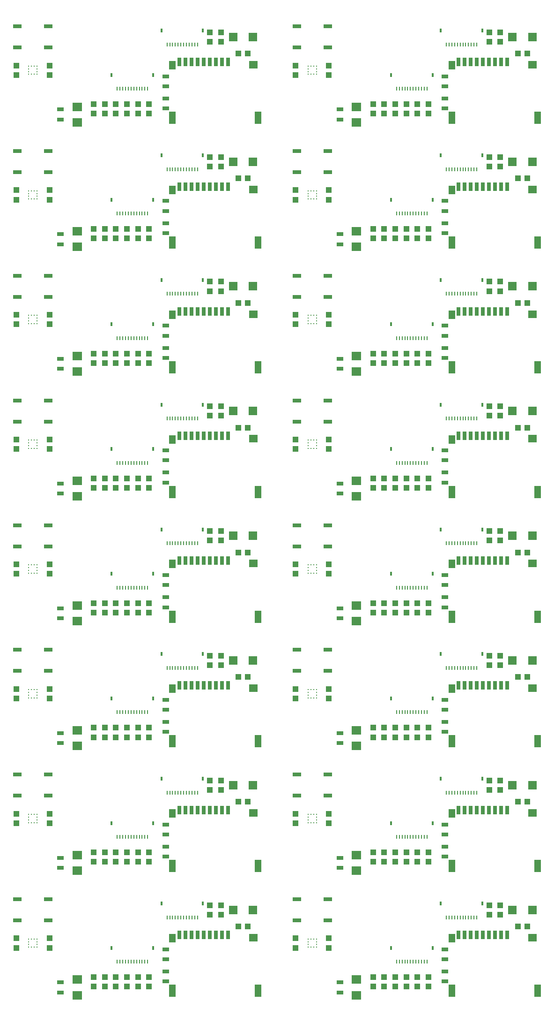
<source format=gtp>
G04 EAGLE Gerber RS-274X export*
G75*
%MOMM*%
%FSLAX34Y34*%
%LPD*%
%INSolderpaste Top*%
%IPPOS*%
%AMOC8*
5,1,8,0,0,1.08239X$1,22.5*%
G01*
%ADD10R,1.200000X0.800000*%
%ADD11R,1.000000X1.100000*%
%ADD12R,1.800000X1.600000*%
%ADD13R,1.100000X1.000000*%
%ADD14R,1.500000X1.600000*%
%ADD15R,0.400000X0.800000*%
%ADD16R,0.250000X0.650000*%
%ADD17R,0.250000X0.275000*%
%ADD18R,0.275000X0.250000*%
%ADD19R,1.524000X0.762000*%
%ADD20R,0.700000X1.600000*%
%ADD21R,1.200000X2.200000*%
%ADD22R,1.600000X1.400000*%
%ADD23R,1.200000X1.600000*%


D10*
X120000Y59000D03*
X120000Y41000D03*
X310000Y119000D03*
X310000Y101000D03*
X310000Y61000D03*
X310000Y79000D03*
D11*
X200000Y51500D03*
X200000Y68500D03*
D12*
X150000Y64000D03*
X150000Y36000D03*
D11*
X180000Y51500D03*
X180000Y68500D03*
X280000Y51500D03*
X280000Y68500D03*
X240000Y68500D03*
X240000Y51500D03*
X260000Y51500D03*
X260000Y68500D03*
X220000Y51500D03*
X220000Y68500D03*
X390000Y181500D03*
X390000Y198500D03*
D13*
X441500Y160000D03*
X458500Y160000D03*
D14*
X432000Y190000D03*
X468000Y190000D03*
D11*
X410000Y181500D03*
X410000Y198500D03*
D15*
X377500Y201500D03*
D16*
X367500Y176500D03*
X362500Y176500D03*
D15*
X302500Y201500D03*
D16*
X357500Y176500D03*
X352500Y176500D03*
X347500Y176500D03*
X342500Y176500D03*
X337500Y176500D03*
X332500Y176500D03*
X327500Y176500D03*
X322500Y176500D03*
X317500Y176500D03*
X312500Y176500D03*
D17*
X67500Y122500D03*
X72500Y122500D03*
X72500Y137500D03*
X67500Y137500D03*
D18*
X62500Y137500D03*
X62500Y132500D03*
X62500Y122500D03*
X62500Y127500D03*
X77500Y122500D03*
X77500Y127500D03*
X77500Y132500D03*
X77500Y137500D03*
D11*
X40000Y121500D03*
X40000Y138500D03*
X100000Y121500D03*
X100000Y138500D03*
D19*
X97940Y170950D03*
X42060Y170950D03*
X97940Y209050D03*
X42060Y209050D03*
D15*
X287500Y121500D03*
D16*
X277500Y96500D03*
X272500Y96500D03*
D15*
X212500Y121500D03*
D16*
X267500Y96500D03*
X262500Y96500D03*
X257500Y96500D03*
X252500Y96500D03*
X247500Y96500D03*
X242500Y96500D03*
X237500Y96500D03*
X232500Y96500D03*
X227500Y96500D03*
X222500Y96500D03*
D20*
X400500Y145000D03*
X411500Y145000D03*
X422500Y145000D03*
X389500Y145000D03*
X378500Y145000D03*
X367500Y145000D03*
X356500Y145000D03*
X345500Y145000D03*
X334500Y145000D03*
D21*
X477500Y44000D03*
X322500Y44000D03*
D22*
X468500Y140000D03*
D23*
X322500Y139000D03*
D10*
X625079Y59000D03*
X625079Y41000D03*
X815079Y119000D03*
X815079Y101000D03*
X815079Y61000D03*
X815079Y79000D03*
D11*
X705079Y51500D03*
X705079Y68500D03*
D12*
X655079Y64000D03*
X655079Y36000D03*
D11*
X685079Y51500D03*
X685079Y68500D03*
X785079Y51500D03*
X785079Y68500D03*
X745079Y68500D03*
X745079Y51500D03*
X765079Y51500D03*
X765079Y68500D03*
X725079Y51500D03*
X725079Y68500D03*
X895079Y181500D03*
X895079Y198500D03*
D13*
X946579Y160000D03*
X963579Y160000D03*
D14*
X937079Y190000D03*
X973079Y190000D03*
D11*
X915079Y181500D03*
X915079Y198500D03*
D15*
X882579Y201500D03*
D16*
X872579Y176500D03*
X867579Y176500D03*
D15*
X807579Y201500D03*
D16*
X862579Y176500D03*
X857579Y176500D03*
X852579Y176500D03*
X847579Y176500D03*
X842579Y176500D03*
X837579Y176500D03*
X832579Y176500D03*
X827579Y176500D03*
X822579Y176500D03*
X817579Y176500D03*
D17*
X572579Y122500D03*
X577579Y122500D03*
X577579Y137500D03*
X572579Y137500D03*
D18*
X567579Y137500D03*
X567579Y132500D03*
X567579Y122500D03*
X567579Y127500D03*
X582579Y122500D03*
X582579Y127500D03*
X582579Y132500D03*
X582579Y137500D03*
D11*
X545079Y121500D03*
X545079Y138500D03*
X605079Y121500D03*
X605079Y138500D03*
D19*
X603019Y170950D03*
X547139Y170950D03*
X603019Y209050D03*
X547139Y209050D03*
D15*
X792579Y121500D03*
D16*
X782579Y96500D03*
X777579Y96500D03*
D15*
X717579Y121500D03*
D16*
X772579Y96500D03*
X767579Y96500D03*
X762579Y96500D03*
X757579Y96500D03*
X752579Y96500D03*
X747579Y96500D03*
X742579Y96500D03*
X737579Y96500D03*
X732579Y96500D03*
X727579Y96500D03*
D20*
X905579Y145000D03*
X916579Y145000D03*
X927579Y145000D03*
X894579Y145000D03*
X883579Y145000D03*
X872579Y145000D03*
X861579Y145000D03*
X850579Y145000D03*
X839579Y145000D03*
D21*
X982579Y44000D03*
X827579Y44000D03*
D22*
X973579Y140000D03*
D23*
X827579Y139000D03*
D10*
X120000Y284069D03*
X120000Y266069D03*
X310000Y344069D03*
X310000Y326069D03*
X310000Y286069D03*
X310000Y304069D03*
D11*
X200000Y276569D03*
X200000Y293569D03*
D12*
X150000Y289069D03*
X150000Y261069D03*
D11*
X180000Y276569D03*
X180000Y293569D03*
X280000Y276569D03*
X280000Y293569D03*
X240000Y293569D03*
X240000Y276569D03*
X260000Y276569D03*
X260000Y293569D03*
X220000Y276569D03*
X220000Y293569D03*
X390000Y406569D03*
X390000Y423569D03*
D13*
X441500Y385069D03*
X458500Y385069D03*
D14*
X432000Y415069D03*
X468000Y415069D03*
D11*
X410000Y406569D03*
X410000Y423569D03*
D15*
X377500Y426569D03*
D16*
X367500Y401569D03*
X362500Y401569D03*
D15*
X302500Y426569D03*
D16*
X357500Y401569D03*
X352500Y401569D03*
X347500Y401569D03*
X342500Y401569D03*
X337500Y401569D03*
X332500Y401569D03*
X327500Y401569D03*
X322500Y401569D03*
X317500Y401569D03*
X312500Y401569D03*
D17*
X67500Y347569D03*
X72500Y347569D03*
X72500Y362569D03*
X67500Y362569D03*
D18*
X62500Y362569D03*
X62500Y357569D03*
X62500Y347569D03*
X62500Y352569D03*
X77500Y347569D03*
X77500Y352569D03*
X77500Y357569D03*
X77500Y362569D03*
D11*
X40000Y346569D03*
X40000Y363569D03*
X100000Y346569D03*
X100000Y363569D03*
D19*
X97940Y396019D03*
X42060Y396019D03*
X97940Y434119D03*
X42060Y434119D03*
D15*
X287500Y346569D03*
D16*
X277500Y321569D03*
X272500Y321569D03*
D15*
X212500Y346569D03*
D16*
X267500Y321569D03*
X262500Y321569D03*
X257500Y321569D03*
X252500Y321569D03*
X247500Y321569D03*
X242500Y321569D03*
X237500Y321569D03*
X232500Y321569D03*
X227500Y321569D03*
X222500Y321569D03*
D20*
X400500Y370069D03*
X411500Y370069D03*
X422500Y370069D03*
X389500Y370069D03*
X378500Y370069D03*
X367500Y370069D03*
X356500Y370069D03*
X345500Y370069D03*
X334500Y370069D03*
D21*
X477500Y269069D03*
X322500Y269069D03*
D22*
X468500Y365069D03*
D23*
X322500Y364069D03*
D10*
X625079Y284069D03*
X625079Y266069D03*
X815079Y344069D03*
X815079Y326069D03*
X815079Y286069D03*
X815079Y304069D03*
D11*
X705079Y276569D03*
X705079Y293569D03*
D12*
X655079Y289069D03*
X655079Y261069D03*
D11*
X685079Y276569D03*
X685079Y293569D03*
X785079Y276569D03*
X785079Y293569D03*
X745079Y293569D03*
X745079Y276569D03*
X765079Y276569D03*
X765079Y293569D03*
X725079Y276569D03*
X725079Y293569D03*
X895079Y406569D03*
X895079Y423569D03*
D13*
X946579Y385069D03*
X963579Y385069D03*
D14*
X937079Y415069D03*
X973079Y415069D03*
D11*
X915079Y406569D03*
X915079Y423569D03*
D15*
X882579Y426569D03*
D16*
X872579Y401569D03*
X867579Y401569D03*
D15*
X807579Y426569D03*
D16*
X862579Y401569D03*
X857579Y401569D03*
X852579Y401569D03*
X847579Y401569D03*
X842579Y401569D03*
X837579Y401569D03*
X832579Y401569D03*
X827579Y401569D03*
X822579Y401569D03*
X817579Y401569D03*
D17*
X572579Y347569D03*
X577579Y347569D03*
X577579Y362569D03*
X572579Y362569D03*
D18*
X567579Y362569D03*
X567579Y357569D03*
X567579Y347569D03*
X567579Y352569D03*
X582579Y347569D03*
X582579Y352569D03*
X582579Y357569D03*
X582579Y362569D03*
D11*
X545079Y346569D03*
X545079Y363569D03*
X605079Y346569D03*
X605079Y363569D03*
D19*
X603019Y396019D03*
X547139Y396019D03*
X603019Y434119D03*
X547139Y434119D03*
D15*
X792579Y346569D03*
D16*
X782579Y321569D03*
X777579Y321569D03*
D15*
X717579Y346569D03*
D16*
X772579Y321569D03*
X767579Y321569D03*
X762579Y321569D03*
X757579Y321569D03*
X752579Y321569D03*
X747579Y321569D03*
X742579Y321569D03*
X737579Y321569D03*
X732579Y321569D03*
X727579Y321569D03*
D20*
X905579Y370069D03*
X916579Y370069D03*
X927579Y370069D03*
X894579Y370069D03*
X883579Y370069D03*
X872579Y370069D03*
X861579Y370069D03*
X850579Y370069D03*
X839579Y370069D03*
D21*
X982579Y269069D03*
X827579Y269069D03*
D22*
X973579Y365069D03*
D23*
X827579Y364069D03*
D10*
X120000Y509164D03*
X120000Y491164D03*
X310000Y569164D03*
X310000Y551164D03*
X310000Y511164D03*
X310000Y529164D03*
D11*
X200000Y501664D03*
X200000Y518664D03*
D12*
X150000Y514164D03*
X150000Y486164D03*
D11*
X180000Y501664D03*
X180000Y518664D03*
X280000Y501664D03*
X280000Y518664D03*
X240000Y518664D03*
X240000Y501664D03*
X260000Y501664D03*
X260000Y518664D03*
X220000Y501664D03*
X220000Y518664D03*
X390000Y631664D03*
X390000Y648664D03*
D13*
X441500Y610164D03*
X458500Y610164D03*
D14*
X432000Y640164D03*
X468000Y640164D03*
D11*
X410000Y631664D03*
X410000Y648664D03*
D15*
X377500Y651664D03*
D16*
X367500Y626664D03*
X362500Y626664D03*
D15*
X302500Y651664D03*
D16*
X357500Y626664D03*
X352500Y626664D03*
X347500Y626664D03*
X342500Y626664D03*
X337500Y626664D03*
X332500Y626664D03*
X327500Y626664D03*
X322500Y626664D03*
X317500Y626664D03*
X312500Y626664D03*
D17*
X67500Y572664D03*
X72500Y572664D03*
X72500Y587664D03*
X67500Y587664D03*
D18*
X62500Y587664D03*
X62500Y582664D03*
X62500Y572664D03*
X62500Y577664D03*
X77500Y572664D03*
X77500Y577664D03*
X77500Y582664D03*
X77500Y587664D03*
D11*
X40000Y571664D03*
X40000Y588664D03*
X100000Y571664D03*
X100000Y588664D03*
D19*
X97940Y621114D03*
X42060Y621114D03*
X97940Y659214D03*
X42060Y659214D03*
D15*
X287500Y571664D03*
D16*
X277500Y546664D03*
X272500Y546664D03*
D15*
X212500Y571664D03*
D16*
X267500Y546664D03*
X262500Y546664D03*
X257500Y546664D03*
X252500Y546664D03*
X247500Y546664D03*
X242500Y546664D03*
X237500Y546664D03*
X232500Y546664D03*
X227500Y546664D03*
X222500Y546664D03*
D20*
X400500Y595164D03*
X411500Y595164D03*
X422500Y595164D03*
X389500Y595164D03*
X378500Y595164D03*
X367500Y595164D03*
X356500Y595164D03*
X345500Y595164D03*
X334500Y595164D03*
D21*
X477500Y494164D03*
X322500Y494164D03*
D22*
X468500Y590164D03*
D23*
X322500Y589164D03*
D10*
X625079Y509164D03*
X625079Y491164D03*
X815079Y569164D03*
X815079Y551164D03*
X815079Y511164D03*
X815079Y529164D03*
D11*
X705079Y501664D03*
X705079Y518664D03*
D12*
X655079Y514164D03*
X655079Y486164D03*
D11*
X685079Y501664D03*
X685079Y518664D03*
X785079Y501664D03*
X785079Y518664D03*
X745079Y518664D03*
X745079Y501664D03*
X765079Y501664D03*
X765079Y518664D03*
X725079Y501664D03*
X725079Y518664D03*
X895079Y631664D03*
X895079Y648664D03*
D13*
X946579Y610164D03*
X963579Y610164D03*
D14*
X937079Y640164D03*
X973079Y640164D03*
D11*
X915079Y631664D03*
X915079Y648664D03*
D15*
X882579Y651664D03*
D16*
X872579Y626664D03*
X867579Y626664D03*
D15*
X807579Y651664D03*
D16*
X862579Y626664D03*
X857579Y626664D03*
X852579Y626664D03*
X847579Y626664D03*
X842579Y626664D03*
X837579Y626664D03*
X832579Y626664D03*
X827579Y626664D03*
X822579Y626664D03*
X817579Y626664D03*
D17*
X572579Y572664D03*
X577579Y572664D03*
X577579Y587664D03*
X572579Y587664D03*
D18*
X567579Y587664D03*
X567579Y582664D03*
X567579Y572664D03*
X567579Y577664D03*
X582579Y572664D03*
X582579Y577664D03*
X582579Y582664D03*
X582579Y587664D03*
D11*
X545079Y571664D03*
X545079Y588664D03*
X605079Y571664D03*
X605079Y588664D03*
D19*
X603019Y621114D03*
X547139Y621114D03*
X603019Y659214D03*
X547139Y659214D03*
D15*
X792579Y571664D03*
D16*
X782579Y546664D03*
X777579Y546664D03*
D15*
X717579Y571664D03*
D16*
X772579Y546664D03*
X767579Y546664D03*
X762579Y546664D03*
X757579Y546664D03*
X752579Y546664D03*
X747579Y546664D03*
X742579Y546664D03*
X737579Y546664D03*
X732579Y546664D03*
X727579Y546664D03*
D20*
X905579Y595164D03*
X916579Y595164D03*
X927579Y595164D03*
X894579Y595164D03*
X883579Y595164D03*
X872579Y595164D03*
X861579Y595164D03*
X850579Y595164D03*
X839579Y595164D03*
D21*
X982579Y494164D03*
X827579Y494164D03*
D22*
X973579Y590164D03*
D23*
X827579Y589164D03*
D10*
X120000Y734234D03*
X120000Y716234D03*
X310000Y794234D03*
X310000Y776234D03*
X310000Y736234D03*
X310000Y754234D03*
D11*
X200000Y726734D03*
X200000Y743734D03*
D12*
X150000Y739234D03*
X150000Y711234D03*
D11*
X180000Y726734D03*
X180000Y743734D03*
X280000Y726734D03*
X280000Y743734D03*
X240000Y743734D03*
X240000Y726734D03*
X260000Y726734D03*
X260000Y743734D03*
X220000Y726734D03*
X220000Y743734D03*
X390000Y856734D03*
X390000Y873734D03*
D13*
X441500Y835234D03*
X458500Y835234D03*
D14*
X432000Y865234D03*
X468000Y865234D03*
D11*
X410000Y856734D03*
X410000Y873734D03*
D15*
X377500Y876734D03*
D16*
X367500Y851734D03*
X362500Y851734D03*
D15*
X302500Y876734D03*
D16*
X357500Y851734D03*
X352500Y851734D03*
X347500Y851734D03*
X342500Y851734D03*
X337500Y851734D03*
X332500Y851734D03*
X327500Y851734D03*
X322500Y851734D03*
X317500Y851734D03*
X312500Y851734D03*
D17*
X67500Y797734D03*
X72500Y797734D03*
X72500Y812734D03*
X67500Y812734D03*
D18*
X62500Y812734D03*
X62500Y807734D03*
X62500Y797734D03*
X62500Y802734D03*
X77500Y797734D03*
X77500Y802734D03*
X77500Y807734D03*
X77500Y812734D03*
D11*
X40000Y796734D03*
X40000Y813734D03*
X100000Y796734D03*
X100000Y813734D03*
D19*
X97940Y846184D03*
X42060Y846184D03*
X97940Y884284D03*
X42060Y884284D03*
D15*
X287500Y796734D03*
D16*
X277500Y771734D03*
X272500Y771734D03*
D15*
X212500Y796734D03*
D16*
X267500Y771734D03*
X262500Y771734D03*
X257500Y771734D03*
X252500Y771734D03*
X247500Y771734D03*
X242500Y771734D03*
X237500Y771734D03*
X232500Y771734D03*
X227500Y771734D03*
X222500Y771734D03*
D20*
X400500Y820234D03*
X411500Y820234D03*
X422500Y820234D03*
X389500Y820234D03*
X378500Y820234D03*
X367500Y820234D03*
X356500Y820234D03*
X345500Y820234D03*
X334500Y820234D03*
D21*
X477500Y719234D03*
X322500Y719234D03*
D22*
X468500Y815234D03*
D23*
X322500Y814234D03*
D10*
X625079Y734234D03*
X625079Y716234D03*
X815079Y794234D03*
X815079Y776234D03*
X815079Y736234D03*
X815079Y754234D03*
D11*
X705079Y726734D03*
X705079Y743734D03*
D12*
X655079Y739234D03*
X655079Y711234D03*
D11*
X685079Y726734D03*
X685079Y743734D03*
X785079Y726734D03*
X785079Y743734D03*
X745079Y743734D03*
X745079Y726734D03*
X765079Y726734D03*
X765079Y743734D03*
X725079Y726734D03*
X725079Y743734D03*
X895079Y856734D03*
X895079Y873734D03*
D13*
X946579Y835234D03*
X963579Y835234D03*
D14*
X937079Y865234D03*
X973079Y865234D03*
D11*
X915079Y856734D03*
X915079Y873734D03*
D15*
X882579Y876734D03*
D16*
X872579Y851734D03*
X867579Y851734D03*
D15*
X807579Y876734D03*
D16*
X862579Y851734D03*
X857579Y851734D03*
X852579Y851734D03*
X847579Y851734D03*
X842579Y851734D03*
X837579Y851734D03*
X832579Y851734D03*
X827579Y851734D03*
X822579Y851734D03*
X817579Y851734D03*
D17*
X572579Y797734D03*
X577579Y797734D03*
X577579Y812734D03*
X572579Y812734D03*
D18*
X567579Y812734D03*
X567579Y807734D03*
X567579Y797734D03*
X567579Y802734D03*
X582579Y797734D03*
X582579Y802734D03*
X582579Y807734D03*
X582579Y812734D03*
D11*
X545079Y796734D03*
X545079Y813734D03*
X605079Y796734D03*
X605079Y813734D03*
D19*
X603019Y846184D03*
X547139Y846184D03*
X603019Y884284D03*
X547139Y884284D03*
D15*
X792579Y796734D03*
D16*
X782579Y771734D03*
X777579Y771734D03*
D15*
X717579Y796734D03*
D16*
X772579Y771734D03*
X767579Y771734D03*
X762579Y771734D03*
X757579Y771734D03*
X752579Y771734D03*
X747579Y771734D03*
X742579Y771734D03*
X737579Y771734D03*
X732579Y771734D03*
X727579Y771734D03*
D20*
X905579Y820234D03*
X916579Y820234D03*
X927579Y820234D03*
X894579Y820234D03*
X883579Y820234D03*
X872579Y820234D03*
X861579Y820234D03*
X850579Y820234D03*
X839579Y820234D03*
D21*
X982579Y719234D03*
X827579Y719234D03*
D22*
X973579Y815234D03*
D23*
X827579Y814234D03*
D10*
X120000Y959328D03*
X120000Y941328D03*
X310000Y1019328D03*
X310000Y1001328D03*
X310000Y961328D03*
X310000Y979328D03*
D11*
X200000Y951828D03*
X200000Y968828D03*
D12*
X150000Y964328D03*
X150000Y936328D03*
D11*
X180000Y951828D03*
X180000Y968828D03*
X280000Y951828D03*
X280000Y968828D03*
X240000Y968828D03*
X240000Y951828D03*
X260000Y951828D03*
X260000Y968828D03*
X220000Y951828D03*
X220000Y968828D03*
X390000Y1081828D03*
X390000Y1098828D03*
D13*
X441500Y1060328D03*
X458500Y1060328D03*
D14*
X432000Y1090328D03*
X468000Y1090328D03*
D11*
X410000Y1081828D03*
X410000Y1098828D03*
D15*
X377500Y1101828D03*
D16*
X367500Y1076828D03*
X362500Y1076828D03*
D15*
X302500Y1101828D03*
D16*
X357500Y1076828D03*
X352500Y1076828D03*
X347500Y1076828D03*
X342500Y1076828D03*
X337500Y1076828D03*
X332500Y1076828D03*
X327500Y1076828D03*
X322500Y1076828D03*
X317500Y1076828D03*
X312500Y1076828D03*
D17*
X67500Y1022828D03*
X72500Y1022828D03*
X72500Y1037828D03*
X67500Y1037828D03*
D18*
X62500Y1037828D03*
X62500Y1032828D03*
X62500Y1022828D03*
X62500Y1027828D03*
X77500Y1022828D03*
X77500Y1027828D03*
X77500Y1032828D03*
X77500Y1037828D03*
D11*
X40000Y1021828D03*
X40000Y1038828D03*
X100000Y1021828D03*
X100000Y1038828D03*
D19*
X97940Y1071278D03*
X42060Y1071278D03*
X97940Y1109378D03*
X42060Y1109378D03*
D15*
X287500Y1021828D03*
D16*
X277500Y996828D03*
X272500Y996828D03*
D15*
X212500Y1021828D03*
D16*
X267500Y996828D03*
X262500Y996828D03*
X257500Y996828D03*
X252500Y996828D03*
X247500Y996828D03*
X242500Y996828D03*
X237500Y996828D03*
X232500Y996828D03*
X227500Y996828D03*
X222500Y996828D03*
D20*
X400500Y1045328D03*
X411500Y1045328D03*
X422500Y1045328D03*
X389500Y1045328D03*
X378500Y1045328D03*
X367500Y1045328D03*
X356500Y1045328D03*
X345500Y1045328D03*
X334500Y1045328D03*
D21*
X477500Y944328D03*
X322500Y944328D03*
D22*
X468500Y1040328D03*
D23*
X322500Y1039328D03*
D10*
X625079Y959328D03*
X625079Y941328D03*
X815079Y1019328D03*
X815079Y1001328D03*
X815079Y961328D03*
X815079Y979328D03*
D11*
X705079Y951828D03*
X705079Y968828D03*
D12*
X655079Y964328D03*
X655079Y936328D03*
D11*
X685079Y951828D03*
X685079Y968828D03*
X785079Y951828D03*
X785079Y968828D03*
X745079Y968828D03*
X745079Y951828D03*
X765079Y951828D03*
X765079Y968828D03*
X725079Y951828D03*
X725079Y968828D03*
X895079Y1081828D03*
X895079Y1098828D03*
D13*
X946579Y1060328D03*
X963579Y1060328D03*
D14*
X937079Y1090328D03*
X973079Y1090328D03*
D11*
X915079Y1081828D03*
X915079Y1098828D03*
D15*
X882579Y1101828D03*
D16*
X872579Y1076828D03*
X867579Y1076828D03*
D15*
X807579Y1101828D03*
D16*
X862579Y1076828D03*
X857579Y1076828D03*
X852579Y1076828D03*
X847579Y1076828D03*
X842579Y1076828D03*
X837579Y1076828D03*
X832579Y1076828D03*
X827579Y1076828D03*
X822579Y1076828D03*
X817579Y1076828D03*
D17*
X572579Y1022828D03*
X577579Y1022828D03*
X577579Y1037828D03*
X572579Y1037828D03*
D18*
X567579Y1037828D03*
X567579Y1032828D03*
X567579Y1022828D03*
X567579Y1027828D03*
X582579Y1022828D03*
X582579Y1027828D03*
X582579Y1032828D03*
X582579Y1037828D03*
D11*
X545079Y1021828D03*
X545079Y1038828D03*
X605079Y1021828D03*
X605079Y1038828D03*
D19*
X603019Y1071278D03*
X547139Y1071278D03*
X603019Y1109378D03*
X547139Y1109378D03*
D15*
X792579Y1021828D03*
D16*
X782579Y996828D03*
X777579Y996828D03*
D15*
X717579Y1021828D03*
D16*
X772579Y996828D03*
X767579Y996828D03*
X762579Y996828D03*
X757579Y996828D03*
X752579Y996828D03*
X747579Y996828D03*
X742579Y996828D03*
X737579Y996828D03*
X732579Y996828D03*
X727579Y996828D03*
D20*
X905579Y1045328D03*
X916579Y1045328D03*
X927579Y1045328D03*
X894579Y1045328D03*
X883579Y1045328D03*
X872579Y1045328D03*
X861579Y1045328D03*
X850579Y1045328D03*
X839579Y1045328D03*
D21*
X982579Y944328D03*
X827579Y944328D03*
D22*
X973579Y1040328D03*
D23*
X827579Y1039328D03*
D10*
X120000Y1184398D03*
X120000Y1166398D03*
X310000Y1244398D03*
X310000Y1226398D03*
X310000Y1186398D03*
X310000Y1204398D03*
D11*
X200000Y1176898D03*
X200000Y1193898D03*
D12*
X150000Y1189398D03*
X150000Y1161398D03*
D11*
X180000Y1176898D03*
X180000Y1193898D03*
X280000Y1176898D03*
X280000Y1193898D03*
X240000Y1193898D03*
X240000Y1176898D03*
X260000Y1176898D03*
X260000Y1193898D03*
X220000Y1176898D03*
X220000Y1193898D03*
X390000Y1306898D03*
X390000Y1323898D03*
D13*
X441500Y1285398D03*
X458500Y1285398D03*
D14*
X432000Y1315398D03*
X468000Y1315398D03*
D11*
X410000Y1306898D03*
X410000Y1323898D03*
D15*
X377500Y1326898D03*
D16*
X367500Y1301898D03*
X362500Y1301898D03*
D15*
X302500Y1326898D03*
D16*
X357500Y1301898D03*
X352500Y1301898D03*
X347500Y1301898D03*
X342500Y1301898D03*
X337500Y1301898D03*
X332500Y1301898D03*
X327500Y1301898D03*
X322500Y1301898D03*
X317500Y1301898D03*
X312500Y1301898D03*
D17*
X67500Y1247898D03*
X72500Y1247898D03*
X72500Y1262898D03*
X67500Y1262898D03*
D18*
X62500Y1262898D03*
X62500Y1257898D03*
X62500Y1247898D03*
X62500Y1252898D03*
X77500Y1247898D03*
X77500Y1252898D03*
X77500Y1257898D03*
X77500Y1262898D03*
D11*
X40000Y1246898D03*
X40000Y1263898D03*
X100000Y1246898D03*
X100000Y1263898D03*
D19*
X97940Y1296348D03*
X42060Y1296348D03*
X97940Y1334448D03*
X42060Y1334448D03*
D15*
X287500Y1246898D03*
D16*
X277500Y1221898D03*
X272500Y1221898D03*
D15*
X212500Y1246898D03*
D16*
X267500Y1221898D03*
X262500Y1221898D03*
X257500Y1221898D03*
X252500Y1221898D03*
X247500Y1221898D03*
X242500Y1221898D03*
X237500Y1221898D03*
X232500Y1221898D03*
X227500Y1221898D03*
X222500Y1221898D03*
D20*
X400500Y1270398D03*
X411500Y1270398D03*
X422500Y1270398D03*
X389500Y1270398D03*
X378500Y1270398D03*
X367500Y1270398D03*
X356500Y1270398D03*
X345500Y1270398D03*
X334500Y1270398D03*
D21*
X477500Y1169398D03*
X322500Y1169398D03*
D22*
X468500Y1265398D03*
D23*
X322500Y1264398D03*
D10*
X625079Y1184398D03*
X625079Y1166398D03*
X815079Y1244398D03*
X815079Y1226398D03*
X815079Y1186398D03*
X815079Y1204398D03*
D11*
X705079Y1176898D03*
X705079Y1193898D03*
D12*
X655079Y1189398D03*
X655079Y1161398D03*
D11*
X685079Y1176898D03*
X685079Y1193898D03*
X785079Y1176898D03*
X785079Y1193898D03*
X745079Y1193898D03*
X745079Y1176898D03*
X765079Y1176898D03*
X765079Y1193898D03*
X725079Y1176898D03*
X725079Y1193898D03*
X895079Y1306898D03*
X895079Y1323898D03*
D13*
X946579Y1285398D03*
X963579Y1285398D03*
D14*
X937079Y1315398D03*
X973079Y1315398D03*
D11*
X915079Y1306898D03*
X915079Y1323898D03*
D15*
X882579Y1326898D03*
D16*
X872579Y1301898D03*
X867579Y1301898D03*
D15*
X807579Y1326898D03*
D16*
X862579Y1301898D03*
X857579Y1301898D03*
X852579Y1301898D03*
X847579Y1301898D03*
X842579Y1301898D03*
X837579Y1301898D03*
X832579Y1301898D03*
X827579Y1301898D03*
X822579Y1301898D03*
X817579Y1301898D03*
D17*
X572579Y1247898D03*
X577579Y1247898D03*
X577579Y1262898D03*
X572579Y1262898D03*
D18*
X567579Y1262898D03*
X567579Y1257898D03*
X567579Y1247898D03*
X567579Y1252898D03*
X582579Y1247898D03*
X582579Y1252898D03*
X582579Y1257898D03*
X582579Y1262898D03*
D11*
X545079Y1246898D03*
X545079Y1263898D03*
X605079Y1246898D03*
X605079Y1263898D03*
D19*
X603019Y1296348D03*
X547139Y1296348D03*
X603019Y1334448D03*
X547139Y1334448D03*
D15*
X792579Y1246898D03*
D16*
X782579Y1221898D03*
X777579Y1221898D03*
D15*
X717579Y1246898D03*
D16*
X772579Y1221898D03*
X767579Y1221898D03*
X762579Y1221898D03*
X757579Y1221898D03*
X752579Y1221898D03*
X747579Y1221898D03*
X742579Y1221898D03*
X737579Y1221898D03*
X732579Y1221898D03*
X727579Y1221898D03*
D20*
X905579Y1270398D03*
X916579Y1270398D03*
X927579Y1270398D03*
X894579Y1270398D03*
X883579Y1270398D03*
X872579Y1270398D03*
X861579Y1270398D03*
X850579Y1270398D03*
X839579Y1270398D03*
D21*
X982579Y1169398D03*
X827579Y1169398D03*
D22*
X973579Y1265398D03*
D23*
X827579Y1264398D03*
D10*
X120000Y1409493D03*
X120000Y1391493D03*
X310000Y1469493D03*
X310000Y1451493D03*
X310000Y1411493D03*
X310000Y1429493D03*
D11*
X200000Y1401993D03*
X200000Y1418993D03*
D12*
X150000Y1414493D03*
X150000Y1386493D03*
D11*
X180000Y1401993D03*
X180000Y1418993D03*
X280000Y1401993D03*
X280000Y1418993D03*
X240000Y1418993D03*
X240000Y1401993D03*
X260000Y1401993D03*
X260000Y1418993D03*
X220000Y1401993D03*
X220000Y1418993D03*
X390000Y1531993D03*
X390000Y1548993D03*
D13*
X441500Y1510493D03*
X458500Y1510493D03*
D14*
X432000Y1540493D03*
X468000Y1540493D03*
D11*
X410000Y1531993D03*
X410000Y1548993D03*
D15*
X377500Y1551993D03*
D16*
X367500Y1526993D03*
X362500Y1526993D03*
D15*
X302500Y1551993D03*
D16*
X357500Y1526993D03*
X352500Y1526993D03*
X347500Y1526993D03*
X342500Y1526993D03*
X337500Y1526993D03*
X332500Y1526993D03*
X327500Y1526993D03*
X322500Y1526993D03*
X317500Y1526993D03*
X312500Y1526993D03*
D17*
X67500Y1472993D03*
X72500Y1472993D03*
X72500Y1487993D03*
X67500Y1487993D03*
D18*
X62500Y1487993D03*
X62500Y1482993D03*
X62500Y1472993D03*
X62500Y1477993D03*
X77500Y1472993D03*
X77500Y1477993D03*
X77500Y1482993D03*
X77500Y1487993D03*
D11*
X40000Y1471993D03*
X40000Y1488993D03*
X100000Y1471993D03*
X100000Y1488993D03*
D19*
X97940Y1521443D03*
X42060Y1521443D03*
X97940Y1559543D03*
X42060Y1559543D03*
D15*
X287500Y1471993D03*
D16*
X277500Y1446993D03*
X272500Y1446993D03*
D15*
X212500Y1471993D03*
D16*
X267500Y1446993D03*
X262500Y1446993D03*
X257500Y1446993D03*
X252500Y1446993D03*
X247500Y1446993D03*
X242500Y1446993D03*
X237500Y1446993D03*
X232500Y1446993D03*
X227500Y1446993D03*
X222500Y1446993D03*
D20*
X400500Y1495493D03*
X411500Y1495493D03*
X422500Y1495493D03*
X389500Y1495493D03*
X378500Y1495493D03*
X367500Y1495493D03*
X356500Y1495493D03*
X345500Y1495493D03*
X334500Y1495493D03*
D21*
X477500Y1394493D03*
X322500Y1394493D03*
D22*
X468500Y1490493D03*
D23*
X322500Y1489493D03*
D10*
X625079Y1409493D03*
X625079Y1391493D03*
X815079Y1469493D03*
X815079Y1451493D03*
X815079Y1411493D03*
X815079Y1429493D03*
D11*
X705079Y1401993D03*
X705079Y1418993D03*
D12*
X655079Y1414493D03*
X655079Y1386493D03*
D11*
X685079Y1401993D03*
X685079Y1418993D03*
X785079Y1401993D03*
X785079Y1418993D03*
X745079Y1418993D03*
X745079Y1401993D03*
X765079Y1401993D03*
X765079Y1418993D03*
X725079Y1401993D03*
X725079Y1418993D03*
X895079Y1531993D03*
X895079Y1548993D03*
D13*
X946579Y1510493D03*
X963579Y1510493D03*
D14*
X937079Y1540493D03*
X973079Y1540493D03*
D11*
X915079Y1531993D03*
X915079Y1548993D03*
D15*
X882579Y1551993D03*
D16*
X872579Y1526993D03*
X867579Y1526993D03*
D15*
X807579Y1551993D03*
D16*
X862579Y1526993D03*
X857579Y1526993D03*
X852579Y1526993D03*
X847579Y1526993D03*
X842579Y1526993D03*
X837579Y1526993D03*
X832579Y1526993D03*
X827579Y1526993D03*
X822579Y1526993D03*
X817579Y1526993D03*
D17*
X572579Y1472993D03*
X577579Y1472993D03*
X577579Y1487993D03*
X572579Y1487993D03*
D18*
X567579Y1487993D03*
X567579Y1482993D03*
X567579Y1472993D03*
X567579Y1477993D03*
X582579Y1472993D03*
X582579Y1477993D03*
X582579Y1482993D03*
X582579Y1487993D03*
D11*
X545079Y1471993D03*
X545079Y1488993D03*
X605079Y1471993D03*
X605079Y1488993D03*
D19*
X603019Y1521443D03*
X547139Y1521443D03*
X603019Y1559543D03*
X547139Y1559543D03*
D15*
X792579Y1471993D03*
D16*
X782579Y1446993D03*
X777579Y1446993D03*
D15*
X717579Y1471993D03*
D16*
X772579Y1446993D03*
X767579Y1446993D03*
X762579Y1446993D03*
X757579Y1446993D03*
X752579Y1446993D03*
X747579Y1446993D03*
X742579Y1446993D03*
X737579Y1446993D03*
X732579Y1446993D03*
X727579Y1446993D03*
D20*
X905579Y1495493D03*
X916579Y1495493D03*
X927579Y1495493D03*
X894579Y1495493D03*
X883579Y1495493D03*
X872579Y1495493D03*
X861579Y1495493D03*
X850579Y1495493D03*
X839579Y1495493D03*
D21*
X982579Y1394493D03*
X827579Y1394493D03*
D22*
X973579Y1490493D03*
D23*
X827579Y1489493D03*
D10*
X120000Y1634562D03*
X120000Y1616562D03*
X310000Y1694562D03*
X310000Y1676562D03*
X310000Y1636562D03*
X310000Y1654562D03*
D11*
X200000Y1627062D03*
X200000Y1644062D03*
D12*
X150000Y1639562D03*
X150000Y1611562D03*
D11*
X180000Y1627062D03*
X180000Y1644062D03*
X280000Y1627062D03*
X280000Y1644062D03*
X240000Y1644062D03*
X240000Y1627062D03*
X260000Y1627062D03*
X260000Y1644062D03*
X220000Y1627062D03*
X220000Y1644062D03*
X390000Y1757062D03*
X390000Y1774062D03*
D13*
X441500Y1735562D03*
X458500Y1735562D03*
D14*
X432000Y1765562D03*
X468000Y1765562D03*
D11*
X410000Y1757062D03*
X410000Y1774062D03*
D15*
X377500Y1777062D03*
D16*
X367500Y1752062D03*
X362500Y1752062D03*
D15*
X302500Y1777062D03*
D16*
X357500Y1752062D03*
X352500Y1752062D03*
X347500Y1752062D03*
X342500Y1752062D03*
X337500Y1752062D03*
X332500Y1752062D03*
X327500Y1752062D03*
X322500Y1752062D03*
X317500Y1752062D03*
X312500Y1752062D03*
D17*
X67500Y1698062D03*
X72500Y1698062D03*
X72500Y1713062D03*
X67500Y1713062D03*
D18*
X62500Y1713062D03*
X62500Y1708062D03*
X62500Y1698062D03*
X62500Y1703062D03*
X77500Y1698062D03*
X77500Y1703062D03*
X77500Y1708062D03*
X77500Y1713062D03*
D11*
X40000Y1697062D03*
X40000Y1714062D03*
X100000Y1697062D03*
X100000Y1714062D03*
D19*
X97940Y1746512D03*
X42060Y1746512D03*
X97940Y1784612D03*
X42060Y1784612D03*
D15*
X287500Y1697062D03*
D16*
X277500Y1672062D03*
X272500Y1672062D03*
D15*
X212500Y1697062D03*
D16*
X267500Y1672062D03*
X262500Y1672062D03*
X257500Y1672062D03*
X252500Y1672062D03*
X247500Y1672062D03*
X242500Y1672062D03*
X237500Y1672062D03*
X232500Y1672062D03*
X227500Y1672062D03*
X222500Y1672062D03*
D20*
X400500Y1720562D03*
X411500Y1720562D03*
X422500Y1720562D03*
X389500Y1720562D03*
X378500Y1720562D03*
X367500Y1720562D03*
X356500Y1720562D03*
X345500Y1720562D03*
X334500Y1720562D03*
D21*
X477500Y1619562D03*
X322500Y1619562D03*
D22*
X468500Y1715562D03*
D23*
X322500Y1714562D03*
D10*
X625079Y1634562D03*
X625079Y1616562D03*
X815079Y1694562D03*
X815079Y1676562D03*
X815079Y1636562D03*
X815079Y1654562D03*
D11*
X705079Y1627062D03*
X705079Y1644062D03*
D12*
X655079Y1639562D03*
X655079Y1611562D03*
D11*
X685079Y1627062D03*
X685079Y1644062D03*
X785079Y1627062D03*
X785079Y1644062D03*
X745079Y1644062D03*
X745079Y1627062D03*
X765079Y1627062D03*
X765079Y1644062D03*
X725079Y1627062D03*
X725079Y1644062D03*
X895079Y1757062D03*
X895079Y1774062D03*
D13*
X946579Y1735562D03*
X963579Y1735562D03*
D14*
X937079Y1765562D03*
X973079Y1765562D03*
D11*
X915079Y1757062D03*
X915079Y1774062D03*
D15*
X882579Y1777062D03*
D16*
X872579Y1752062D03*
X867579Y1752062D03*
D15*
X807579Y1777062D03*
D16*
X862579Y1752062D03*
X857579Y1752062D03*
X852579Y1752062D03*
X847579Y1752062D03*
X842579Y1752062D03*
X837579Y1752062D03*
X832579Y1752062D03*
X827579Y1752062D03*
X822579Y1752062D03*
X817579Y1752062D03*
D17*
X572579Y1698062D03*
X577579Y1698062D03*
X577579Y1713062D03*
X572579Y1713062D03*
D18*
X567579Y1713062D03*
X567579Y1708062D03*
X567579Y1698062D03*
X567579Y1703062D03*
X582579Y1698062D03*
X582579Y1703062D03*
X582579Y1708062D03*
X582579Y1713062D03*
D11*
X545079Y1697062D03*
X545079Y1714062D03*
X605079Y1697062D03*
X605079Y1714062D03*
D19*
X603019Y1746512D03*
X547139Y1746512D03*
X603019Y1784612D03*
X547139Y1784612D03*
D15*
X792579Y1697062D03*
D16*
X782579Y1672062D03*
X777579Y1672062D03*
D15*
X717579Y1697062D03*
D16*
X772579Y1672062D03*
X767579Y1672062D03*
X762579Y1672062D03*
X757579Y1672062D03*
X752579Y1672062D03*
X747579Y1672062D03*
X742579Y1672062D03*
X737579Y1672062D03*
X732579Y1672062D03*
X727579Y1672062D03*
D20*
X905579Y1720562D03*
X916579Y1720562D03*
X927579Y1720562D03*
X894579Y1720562D03*
X883579Y1720562D03*
X872579Y1720562D03*
X861579Y1720562D03*
X850579Y1720562D03*
X839579Y1720562D03*
D21*
X982579Y1619562D03*
X827579Y1619562D03*
D22*
X973579Y1715562D03*
D23*
X827579Y1714562D03*
M02*

</source>
